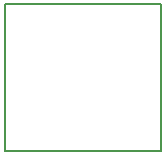
<source format=gbr>
G04 EAGLE Gerber RS-274X export*
G75*
%MOMM*%
%FSLAX34Y34*%
%LPD*%
%INBuqiang*%
%IPPOS*%
%AMOC8*
5,1,8,0,0,1.08239X$1,22.5*%
G01*
%ADD10C,0.152400*%


D10*
X582930Y157480D02*
X582930Y33020D01*
X715010Y33020D01*
X715010Y157480D01*
X582930Y157480D01*
M02*

</source>
